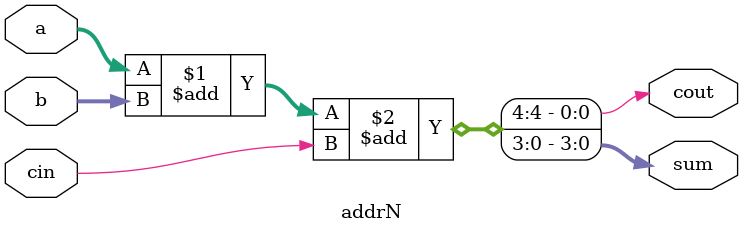
<source format=v>
module addrN #(parameter N = 4)(
  input [N-1:0] a,
  input [N-1:0] b,
  input         cin,

  output        cout,
  output[N-1:0] sum
);

assign {cout,sum} = a+b+cin;// <--> assign cout = (a+b+cin)[N];
                            // assign sum = (a+b+cin)[N-1:0];

endmodule

</source>
